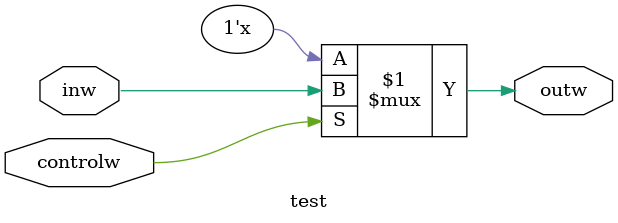
<source format=v>
/*
 * Copyright 2018 ISP RAS (http://www.ispras.ru)
 *
 * Licensed under the Apache License, Version 2.0 (the "License");
 * you may not use this file except in compliance with the License.
 * You may obtain a copy of the License at
 *
 *     http://www.apache.org/licenses/LICENSE-2.0
 *
 * Unless required by applicable law or agreed to in writing, software
 * distributed under the License is distributed on an "AS IS" BASIS,
 * WITHOUT WARRANTIES OR CONDITIONS OF ANY KIND, either express or implied.
 * See the License for the specific language governing permissions and
 * limitations under the License.
 */

// IEEE Std 1364-2005
//   7. Gate- and switch-level modeling
//     7.4 bufif1, bufif0, notif1, and notif0 gates
//       The following example declares an instance of bufif1. The output is outw, the input is inw,
//       and the control is controlw. The instance name is bf1.

module test(inw, controlw, outw);
  input inw, controlw;
  output outw;
  bufif1 bf1 (outw, inw, controlw);
endmodule

</source>
